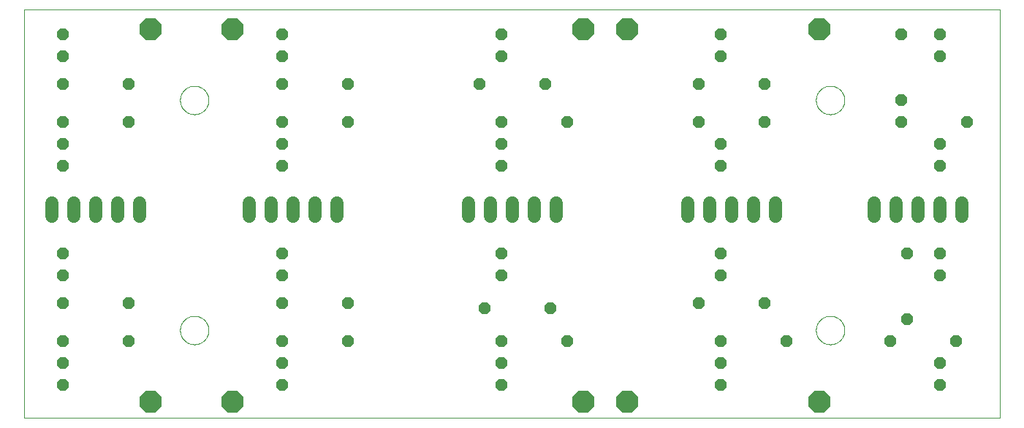
<source format=gtl>
G75*
%MOIN*%
%OFA0B0*%
%FSLAX25Y25*%
%IPPOS*%
%LPD*%
%AMOC8*
5,1,8,0,0,1.08239X$1,22.5*
%
%ADD10C,0.00000*%
%ADD11OC8,0.05543*%
%ADD12OC8,0.05200*%
%ADD13C,0.06000*%
%ADD14OC8,0.10000*%
D10*
X0001800Y0001800D02*
X0001800Y0188001D01*
X0446721Y0188001D01*
X0446721Y0001800D01*
X0001800Y0001800D01*
X0072800Y0041800D02*
X0072802Y0041961D01*
X0072808Y0042121D01*
X0072818Y0042282D01*
X0072832Y0042442D01*
X0072850Y0042602D01*
X0072871Y0042761D01*
X0072897Y0042920D01*
X0072927Y0043078D01*
X0072960Y0043235D01*
X0072998Y0043392D01*
X0073039Y0043547D01*
X0073084Y0043701D01*
X0073133Y0043854D01*
X0073186Y0044006D01*
X0073242Y0044157D01*
X0073303Y0044306D01*
X0073366Y0044454D01*
X0073434Y0044600D01*
X0073505Y0044744D01*
X0073579Y0044886D01*
X0073657Y0045027D01*
X0073739Y0045165D01*
X0073824Y0045302D01*
X0073912Y0045436D01*
X0074004Y0045568D01*
X0074099Y0045698D01*
X0074197Y0045826D01*
X0074298Y0045951D01*
X0074402Y0046073D01*
X0074509Y0046193D01*
X0074619Y0046310D01*
X0074732Y0046425D01*
X0074848Y0046536D01*
X0074967Y0046645D01*
X0075088Y0046750D01*
X0075212Y0046853D01*
X0075338Y0046953D01*
X0075466Y0047049D01*
X0075597Y0047142D01*
X0075731Y0047232D01*
X0075866Y0047319D01*
X0076004Y0047402D01*
X0076143Y0047482D01*
X0076285Y0047558D01*
X0076428Y0047631D01*
X0076573Y0047700D01*
X0076720Y0047766D01*
X0076868Y0047828D01*
X0077018Y0047886D01*
X0077169Y0047941D01*
X0077322Y0047992D01*
X0077476Y0048039D01*
X0077631Y0048082D01*
X0077787Y0048121D01*
X0077943Y0048157D01*
X0078101Y0048188D01*
X0078259Y0048216D01*
X0078418Y0048240D01*
X0078578Y0048260D01*
X0078738Y0048276D01*
X0078898Y0048288D01*
X0079059Y0048296D01*
X0079220Y0048300D01*
X0079380Y0048300D01*
X0079541Y0048296D01*
X0079702Y0048288D01*
X0079862Y0048276D01*
X0080022Y0048260D01*
X0080182Y0048240D01*
X0080341Y0048216D01*
X0080499Y0048188D01*
X0080657Y0048157D01*
X0080813Y0048121D01*
X0080969Y0048082D01*
X0081124Y0048039D01*
X0081278Y0047992D01*
X0081431Y0047941D01*
X0081582Y0047886D01*
X0081732Y0047828D01*
X0081880Y0047766D01*
X0082027Y0047700D01*
X0082172Y0047631D01*
X0082315Y0047558D01*
X0082457Y0047482D01*
X0082596Y0047402D01*
X0082734Y0047319D01*
X0082869Y0047232D01*
X0083003Y0047142D01*
X0083134Y0047049D01*
X0083262Y0046953D01*
X0083388Y0046853D01*
X0083512Y0046750D01*
X0083633Y0046645D01*
X0083752Y0046536D01*
X0083868Y0046425D01*
X0083981Y0046310D01*
X0084091Y0046193D01*
X0084198Y0046073D01*
X0084302Y0045951D01*
X0084403Y0045826D01*
X0084501Y0045698D01*
X0084596Y0045568D01*
X0084688Y0045436D01*
X0084776Y0045302D01*
X0084861Y0045165D01*
X0084943Y0045027D01*
X0085021Y0044886D01*
X0085095Y0044744D01*
X0085166Y0044600D01*
X0085234Y0044454D01*
X0085297Y0044306D01*
X0085358Y0044157D01*
X0085414Y0044006D01*
X0085467Y0043854D01*
X0085516Y0043701D01*
X0085561Y0043547D01*
X0085602Y0043392D01*
X0085640Y0043235D01*
X0085673Y0043078D01*
X0085703Y0042920D01*
X0085729Y0042761D01*
X0085750Y0042602D01*
X0085768Y0042442D01*
X0085782Y0042282D01*
X0085792Y0042121D01*
X0085798Y0041961D01*
X0085800Y0041800D01*
X0085798Y0041639D01*
X0085792Y0041479D01*
X0085782Y0041318D01*
X0085768Y0041158D01*
X0085750Y0040998D01*
X0085729Y0040839D01*
X0085703Y0040680D01*
X0085673Y0040522D01*
X0085640Y0040365D01*
X0085602Y0040208D01*
X0085561Y0040053D01*
X0085516Y0039899D01*
X0085467Y0039746D01*
X0085414Y0039594D01*
X0085358Y0039443D01*
X0085297Y0039294D01*
X0085234Y0039146D01*
X0085166Y0039000D01*
X0085095Y0038856D01*
X0085021Y0038714D01*
X0084943Y0038573D01*
X0084861Y0038435D01*
X0084776Y0038298D01*
X0084688Y0038164D01*
X0084596Y0038032D01*
X0084501Y0037902D01*
X0084403Y0037774D01*
X0084302Y0037649D01*
X0084198Y0037527D01*
X0084091Y0037407D01*
X0083981Y0037290D01*
X0083868Y0037175D01*
X0083752Y0037064D01*
X0083633Y0036955D01*
X0083512Y0036850D01*
X0083388Y0036747D01*
X0083262Y0036647D01*
X0083134Y0036551D01*
X0083003Y0036458D01*
X0082869Y0036368D01*
X0082734Y0036281D01*
X0082596Y0036198D01*
X0082457Y0036118D01*
X0082315Y0036042D01*
X0082172Y0035969D01*
X0082027Y0035900D01*
X0081880Y0035834D01*
X0081732Y0035772D01*
X0081582Y0035714D01*
X0081431Y0035659D01*
X0081278Y0035608D01*
X0081124Y0035561D01*
X0080969Y0035518D01*
X0080813Y0035479D01*
X0080657Y0035443D01*
X0080499Y0035412D01*
X0080341Y0035384D01*
X0080182Y0035360D01*
X0080022Y0035340D01*
X0079862Y0035324D01*
X0079702Y0035312D01*
X0079541Y0035304D01*
X0079380Y0035300D01*
X0079220Y0035300D01*
X0079059Y0035304D01*
X0078898Y0035312D01*
X0078738Y0035324D01*
X0078578Y0035340D01*
X0078418Y0035360D01*
X0078259Y0035384D01*
X0078101Y0035412D01*
X0077943Y0035443D01*
X0077787Y0035479D01*
X0077631Y0035518D01*
X0077476Y0035561D01*
X0077322Y0035608D01*
X0077169Y0035659D01*
X0077018Y0035714D01*
X0076868Y0035772D01*
X0076720Y0035834D01*
X0076573Y0035900D01*
X0076428Y0035969D01*
X0076285Y0036042D01*
X0076143Y0036118D01*
X0076004Y0036198D01*
X0075866Y0036281D01*
X0075731Y0036368D01*
X0075597Y0036458D01*
X0075466Y0036551D01*
X0075338Y0036647D01*
X0075212Y0036747D01*
X0075088Y0036850D01*
X0074967Y0036955D01*
X0074848Y0037064D01*
X0074732Y0037175D01*
X0074619Y0037290D01*
X0074509Y0037407D01*
X0074402Y0037527D01*
X0074298Y0037649D01*
X0074197Y0037774D01*
X0074099Y0037902D01*
X0074004Y0038032D01*
X0073912Y0038164D01*
X0073824Y0038298D01*
X0073739Y0038435D01*
X0073657Y0038573D01*
X0073579Y0038714D01*
X0073505Y0038856D01*
X0073434Y0039000D01*
X0073366Y0039146D01*
X0073303Y0039294D01*
X0073242Y0039443D01*
X0073186Y0039594D01*
X0073133Y0039746D01*
X0073084Y0039899D01*
X0073039Y0040053D01*
X0072998Y0040208D01*
X0072960Y0040365D01*
X0072927Y0040522D01*
X0072897Y0040680D01*
X0072871Y0040839D01*
X0072850Y0040998D01*
X0072832Y0041158D01*
X0072818Y0041318D01*
X0072808Y0041479D01*
X0072802Y0041639D01*
X0072800Y0041800D01*
X0072800Y0146800D02*
X0072802Y0146961D01*
X0072808Y0147121D01*
X0072818Y0147282D01*
X0072832Y0147442D01*
X0072850Y0147602D01*
X0072871Y0147761D01*
X0072897Y0147920D01*
X0072927Y0148078D01*
X0072960Y0148235D01*
X0072998Y0148392D01*
X0073039Y0148547D01*
X0073084Y0148701D01*
X0073133Y0148854D01*
X0073186Y0149006D01*
X0073242Y0149157D01*
X0073303Y0149306D01*
X0073366Y0149454D01*
X0073434Y0149600D01*
X0073505Y0149744D01*
X0073579Y0149886D01*
X0073657Y0150027D01*
X0073739Y0150165D01*
X0073824Y0150302D01*
X0073912Y0150436D01*
X0074004Y0150568D01*
X0074099Y0150698D01*
X0074197Y0150826D01*
X0074298Y0150951D01*
X0074402Y0151073D01*
X0074509Y0151193D01*
X0074619Y0151310D01*
X0074732Y0151425D01*
X0074848Y0151536D01*
X0074967Y0151645D01*
X0075088Y0151750D01*
X0075212Y0151853D01*
X0075338Y0151953D01*
X0075466Y0152049D01*
X0075597Y0152142D01*
X0075731Y0152232D01*
X0075866Y0152319D01*
X0076004Y0152402D01*
X0076143Y0152482D01*
X0076285Y0152558D01*
X0076428Y0152631D01*
X0076573Y0152700D01*
X0076720Y0152766D01*
X0076868Y0152828D01*
X0077018Y0152886D01*
X0077169Y0152941D01*
X0077322Y0152992D01*
X0077476Y0153039D01*
X0077631Y0153082D01*
X0077787Y0153121D01*
X0077943Y0153157D01*
X0078101Y0153188D01*
X0078259Y0153216D01*
X0078418Y0153240D01*
X0078578Y0153260D01*
X0078738Y0153276D01*
X0078898Y0153288D01*
X0079059Y0153296D01*
X0079220Y0153300D01*
X0079380Y0153300D01*
X0079541Y0153296D01*
X0079702Y0153288D01*
X0079862Y0153276D01*
X0080022Y0153260D01*
X0080182Y0153240D01*
X0080341Y0153216D01*
X0080499Y0153188D01*
X0080657Y0153157D01*
X0080813Y0153121D01*
X0080969Y0153082D01*
X0081124Y0153039D01*
X0081278Y0152992D01*
X0081431Y0152941D01*
X0081582Y0152886D01*
X0081732Y0152828D01*
X0081880Y0152766D01*
X0082027Y0152700D01*
X0082172Y0152631D01*
X0082315Y0152558D01*
X0082457Y0152482D01*
X0082596Y0152402D01*
X0082734Y0152319D01*
X0082869Y0152232D01*
X0083003Y0152142D01*
X0083134Y0152049D01*
X0083262Y0151953D01*
X0083388Y0151853D01*
X0083512Y0151750D01*
X0083633Y0151645D01*
X0083752Y0151536D01*
X0083868Y0151425D01*
X0083981Y0151310D01*
X0084091Y0151193D01*
X0084198Y0151073D01*
X0084302Y0150951D01*
X0084403Y0150826D01*
X0084501Y0150698D01*
X0084596Y0150568D01*
X0084688Y0150436D01*
X0084776Y0150302D01*
X0084861Y0150165D01*
X0084943Y0150027D01*
X0085021Y0149886D01*
X0085095Y0149744D01*
X0085166Y0149600D01*
X0085234Y0149454D01*
X0085297Y0149306D01*
X0085358Y0149157D01*
X0085414Y0149006D01*
X0085467Y0148854D01*
X0085516Y0148701D01*
X0085561Y0148547D01*
X0085602Y0148392D01*
X0085640Y0148235D01*
X0085673Y0148078D01*
X0085703Y0147920D01*
X0085729Y0147761D01*
X0085750Y0147602D01*
X0085768Y0147442D01*
X0085782Y0147282D01*
X0085792Y0147121D01*
X0085798Y0146961D01*
X0085800Y0146800D01*
X0085798Y0146639D01*
X0085792Y0146479D01*
X0085782Y0146318D01*
X0085768Y0146158D01*
X0085750Y0145998D01*
X0085729Y0145839D01*
X0085703Y0145680D01*
X0085673Y0145522D01*
X0085640Y0145365D01*
X0085602Y0145208D01*
X0085561Y0145053D01*
X0085516Y0144899D01*
X0085467Y0144746D01*
X0085414Y0144594D01*
X0085358Y0144443D01*
X0085297Y0144294D01*
X0085234Y0144146D01*
X0085166Y0144000D01*
X0085095Y0143856D01*
X0085021Y0143714D01*
X0084943Y0143573D01*
X0084861Y0143435D01*
X0084776Y0143298D01*
X0084688Y0143164D01*
X0084596Y0143032D01*
X0084501Y0142902D01*
X0084403Y0142774D01*
X0084302Y0142649D01*
X0084198Y0142527D01*
X0084091Y0142407D01*
X0083981Y0142290D01*
X0083868Y0142175D01*
X0083752Y0142064D01*
X0083633Y0141955D01*
X0083512Y0141850D01*
X0083388Y0141747D01*
X0083262Y0141647D01*
X0083134Y0141551D01*
X0083003Y0141458D01*
X0082869Y0141368D01*
X0082734Y0141281D01*
X0082596Y0141198D01*
X0082457Y0141118D01*
X0082315Y0141042D01*
X0082172Y0140969D01*
X0082027Y0140900D01*
X0081880Y0140834D01*
X0081732Y0140772D01*
X0081582Y0140714D01*
X0081431Y0140659D01*
X0081278Y0140608D01*
X0081124Y0140561D01*
X0080969Y0140518D01*
X0080813Y0140479D01*
X0080657Y0140443D01*
X0080499Y0140412D01*
X0080341Y0140384D01*
X0080182Y0140360D01*
X0080022Y0140340D01*
X0079862Y0140324D01*
X0079702Y0140312D01*
X0079541Y0140304D01*
X0079380Y0140300D01*
X0079220Y0140300D01*
X0079059Y0140304D01*
X0078898Y0140312D01*
X0078738Y0140324D01*
X0078578Y0140340D01*
X0078418Y0140360D01*
X0078259Y0140384D01*
X0078101Y0140412D01*
X0077943Y0140443D01*
X0077787Y0140479D01*
X0077631Y0140518D01*
X0077476Y0140561D01*
X0077322Y0140608D01*
X0077169Y0140659D01*
X0077018Y0140714D01*
X0076868Y0140772D01*
X0076720Y0140834D01*
X0076573Y0140900D01*
X0076428Y0140969D01*
X0076285Y0141042D01*
X0076143Y0141118D01*
X0076004Y0141198D01*
X0075866Y0141281D01*
X0075731Y0141368D01*
X0075597Y0141458D01*
X0075466Y0141551D01*
X0075338Y0141647D01*
X0075212Y0141747D01*
X0075088Y0141850D01*
X0074967Y0141955D01*
X0074848Y0142064D01*
X0074732Y0142175D01*
X0074619Y0142290D01*
X0074509Y0142407D01*
X0074402Y0142527D01*
X0074298Y0142649D01*
X0074197Y0142774D01*
X0074099Y0142902D01*
X0074004Y0143032D01*
X0073912Y0143164D01*
X0073824Y0143298D01*
X0073739Y0143435D01*
X0073657Y0143573D01*
X0073579Y0143714D01*
X0073505Y0143856D01*
X0073434Y0144000D01*
X0073366Y0144146D01*
X0073303Y0144294D01*
X0073242Y0144443D01*
X0073186Y0144594D01*
X0073133Y0144746D01*
X0073084Y0144899D01*
X0073039Y0145053D01*
X0072998Y0145208D01*
X0072960Y0145365D01*
X0072927Y0145522D01*
X0072897Y0145680D01*
X0072871Y0145839D01*
X0072850Y0145998D01*
X0072832Y0146158D01*
X0072818Y0146318D01*
X0072808Y0146479D01*
X0072802Y0146639D01*
X0072800Y0146800D01*
X0362800Y0146800D02*
X0362802Y0146961D01*
X0362808Y0147121D01*
X0362818Y0147282D01*
X0362832Y0147442D01*
X0362850Y0147602D01*
X0362871Y0147761D01*
X0362897Y0147920D01*
X0362927Y0148078D01*
X0362960Y0148235D01*
X0362998Y0148392D01*
X0363039Y0148547D01*
X0363084Y0148701D01*
X0363133Y0148854D01*
X0363186Y0149006D01*
X0363242Y0149157D01*
X0363303Y0149306D01*
X0363366Y0149454D01*
X0363434Y0149600D01*
X0363505Y0149744D01*
X0363579Y0149886D01*
X0363657Y0150027D01*
X0363739Y0150165D01*
X0363824Y0150302D01*
X0363912Y0150436D01*
X0364004Y0150568D01*
X0364099Y0150698D01*
X0364197Y0150826D01*
X0364298Y0150951D01*
X0364402Y0151073D01*
X0364509Y0151193D01*
X0364619Y0151310D01*
X0364732Y0151425D01*
X0364848Y0151536D01*
X0364967Y0151645D01*
X0365088Y0151750D01*
X0365212Y0151853D01*
X0365338Y0151953D01*
X0365466Y0152049D01*
X0365597Y0152142D01*
X0365731Y0152232D01*
X0365866Y0152319D01*
X0366004Y0152402D01*
X0366143Y0152482D01*
X0366285Y0152558D01*
X0366428Y0152631D01*
X0366573Y0152700D01*
X0366720Y0152766D01*
X0366868Y0152828D01*
X0367018Y0152886D01*
X0367169Y0152941D01*
X0367322Y0152992D01*
X0367476Y0153039D01*
X0367631Y0153082D01*
X0367787Y0153121D01*
X0367943Y0153157D01*
X0368101Y0153188D01*
X0368259Y0153216D01*
X0368418Y0153240D01*
X0368578Y0153260D01*
X0368738Y0153276D01*
X0368898Y0153288D01*
X0369059Y0153296D01*
X0369220Y0153300D01*
X0369380Y0153300D01*
X0369541Y0153296D01*
X0369702Y0153288D01*
X0369862Y0153276D01*
X0370022Y0153260D01*
X0370182Y0153240D01*
X0370341Y0153216D01*
X0370499Y0153188D01*
X0370657Y0153157D01*
X0370813Y0153121D01*
X0370969Y0153082D01*
X0371124Y0153039D01*
X0371278Y0152992D01*
X0371431Y0152941D01*
X0371582Y0152886D01*
X0371732Y0152828D01*
X0371880Y0152766D01*
X0372027Y0152700D01*
X0372172Y0152631D01*
X0372315Y0152558D01*
X0372457Y0152482D01*
X0372596Y0152402D01*
X0372734Y0152319D01*
X0372869Y0152232D01*
X0373003Y0152142D01*
X0373134Y0152049D01*
X0373262Y0151953D01*
X0373388Y0151853D01*
X0373512Y0151750D01*
X0373633Y0151645D01*
X0373752Y0151536D01*
X0373868Y0151425D01*
X0373981Y0151310D01*
X0374091Y0151193D01*
X0374198Y0151073D01*
X0374302Y0150951D01*
X0374403Y0150826D01*
X0374501Y0150698D01*
X0374596Y0150568D01*
X0374688Y0150436D01*
X0374776Y0150302D01*
X0374861Y0150165D01*
X0374943Y0150027D01*
X0375021Y0149886D01*
X0375095Y0149744D01*
X0375166Y0149600D01*
X0375234Y0149454D01*
X0375297Y0149306D01*
X0375358Y0149157D01*
X0375414Y0149006D01*
X0375467Y0148854D01*
X0375516Y0148701D01*
X0375561Y0148547D01*
X0375602Y0148392D01*
X0375640Y0148235D01*
X0375673Y0148078D01*
X0375703Y0147920D01*
X0375729Y0147761D01*
X0375750Y0147602D01*
X0375768Y0147442D01*
X0375782Y0147282D01*
X0375792Y0147121D01*
X0375798Y0146961D01*
X0375800Y0146800D01*
X0375798Y0146639D01*
X0375792Y0146479D01*
X0375782Y0146318D01*
X0375768Y0146158D01*
X0375750Y0145998D01*
X0375729Y0145839D01*
X0375703Y0145680D01*
X0375673Y0145522D01*
X0375640Y0145365D01*
X0375602Y0145208D01*
X0375561Y0145053D01*
X0375516Y0144899D01*
X0375467Y0144746D01*
X0375414Y0144594D01*
X0375358Y0144443D01*
X0375297Y0144294D01*
X0375234Y0144146D01*
X0375166Y0144000D01*
X0375095Y0143856D01*
X0375021Y0143714D01*
X0374943Y0143573D01*
X0374861Y0143435D01*
X0374776Y0143298D01*
X0374688Y0143164D01*
X0374596Y0143032D01*
X0374501Y0142902D01*
X0374403Y0142774D01*
X0374302Y0142649D01*
X0374198Y0142527D01*
X0374091Y0142407D01*
X0373981Y0142290D01*
X0373868Y0142175D01*
X0373752Y0142064D01*
X0373633Y0141955D01*
X0373512Y0141850D01*
X0373388Y0141747D01*
X0373262Y0141647D01*
X0373134Y0141551D01*
X0373003Y0141458D01*
X0372869Y0141368D01*
X0372734Y0141281D01*
X0372596Y0141198D01*
X0372457Y0141118D01*
X0372315Y0141042D01*
X0372172Y0140969D01*
X0372027Y0140900D01*
X0371880Y0140834D01*
X0371732Y0140772D01*
X0371582Y0140714D01*
X0371431Y0140659D01*
X0371278Y0140608D01*
X0371124Y0140561D01*
X0370969Y0140518D01*
X0370813Y0140479D01*
X0370657Y0140443D01*
X0370499Y0140412D01*
X0370341Y0140384D01*
X0370182Y0140360D01*
X0370022Y0140340D01*
X0369862Y0140324D01*
X0369702Y0140312D01*
X0369541Y0140304D01*
X0369380Y0140300D01*
X0369220Y0140300D01*
X0369059Y0140304D01*
X0368898Y0140312D01*
X0368738Y0140324D01*
X0368578Y0140340D01*
X0368418Y0140360D01*
X0368259Y0140384D01*
X0368101Y0140412D01*
X0367943Y0140443D01*
X0367787Y0140479D01*
X0367631Y0140518D01*
X0367476Y0140561D01*
X0367322Y0140608D01*
X0367169Y0140659D01*
X0367018Y0140714D01*
X0366868Y0140772D01*
X0366720Y0140834D01*
X0366573Y0140900D01*
X0366428Y0140969D01*
X0366285Y0141042D01*
X0366143Y0141118D01*
X0366004Y0141198D01*
X0365866Y0141281D01*
X0365731Y0141368D01*
X0365597Y0141458D01*
X0365466Y0141551D01*
X0365338Y0141647D01*
X0365212Y0141747D01*
X0365088Y0141850D01*
X0364967Y0141955D01*
X0364848Y0142064D01*
X0364732Y0142175D01*
X0364619Y0142290D01*
X0364509Y0142407D01*
X0364402Y0142527D01*
X0364298Y0142649D01*
X0364197Y0142774D01*
X0364099Y0142902D01*
X0364004Y0143032D01*
X0363912Y0143164D01*
X0363824Y0143298D01*
X0363739Y0143435D01*
X0363657Y0143573D01*
X0363579Y0143714D01*
X0363505Y0143856D01*
X0363434Y0144000D01*
X0363366Y0144146D01*
X0363303Y0144294D01*
X0363242Y0144443D01*
X0363186Y0144594D01*
X0363133Y0144746D01*
X0363084Y0144899D01*
X0363039Y0145053D01*
X0362998Y0145208D01*
X0362960Y0145365D01*
X0362927Y0145522D01*
X0362897Y0145680D01*
X0362871Y0145839D01*
X0362850Y0145998D01*
X0362832Y0146158D01*
X0362818Y0146318D01*
X0362808Y0146479D01*
X0362802Y0146639D01*
X0362800Y0146800D01*
X0362800Y0041800D02*
X0362802Y0041961D01*
X0362808Y0042121D01*
X0362818Y0042282D01*
X0362832Y0042442D01*
X0362850Y0042602D01*
X0362871Y0042761D01*
X0362897Y0042920D01*
X0362927Y0043078D01*
X0362960Y0043235D01*
X0362998Y0043392D01*
X0363039Y0043547D01*
X0363084Y0043701D01*
X0363133Y0043854D01*
X0363186Y0044006D01*
X0363242Y0044157D01*
X0363303Y0044306D01*
X0363366Y0044454D01*
X0363434Y0044600D01*
X0363505Y0044744D01*
X0363579Y0044886D01*
X0363657Y0045027D01*
X0363739Y0045165D01*
X0363824Y0045302D01*
X0363912Y0045436D01*
X0364004Y0045568D01*
X0364099Y0045698D01*
X0364197Y0045826D01*
X0364298Y0045951D01*
X0364402Y0046073D01*
X0364509Y0046193D01*
X0364619Y0046310D01*
X0364732Y0046425D01*
X0364848Y0046536D01*
X0364967Y0046645D01*
X0365088Y0046750D01*
X0365212Y0046853D01*
X0365338Y0046953D01*
X0365466Y0047049D01*
X0365597Y0047142D01*
X0365731Y0047232D01*
X0365866Y0047319D01*
X0366004Y0047402D01*
X0366143Y0047482D01*
X0366285Y0047558D01*
X0366428Y0047631D01*
X0366573Y0047700D01*
X0366720Y0047766D01*
X0366868Y0047828D01*
X0367018Y0047886D01*
X0367169Y0047941D01*
X0367322Y0047992D01*
X0367476Y0048039D01*
X0367631Y0048082D01*
X0367787Y0048121D01*
X0367943Y0048157D01*
X0368101Y0048188D01*
X0368259Y0048216D01*
X0368418Y0048240D01*
X0368578Y0048260D01*
X0368738Y0048276D01*
X0368898Y0048288D01*
X0369059Y0048296D01*
X0369220Y0048300D01*
X0369380Y0048300D01*
X0369541Y0048296D01*
X0369702Y0048288D01*
X0369862Y0048276D01*
X0370022Y0048260D01*
X0370182Y0048240D01*
X0370341Y0048216D01*
X0370499Y0048188D01*
X0370657Y0048157D01*
X0370813Y0048121D01*
X0370969Y0048082D01*
X0371124Y0048039D01*
X0371278Y0047992D01*
X0371431Y0047941D01*
X0371582Y0047886D01*
X0371732Y0047828D01*
X0371880Y0047766D01*
X0372027Y0047700D01*
X0372172Y0047631D01*
X0372315Y0047558D01*
X0372457Y0047482D01*
X0372596Y0047402D01*
X0372734Y0047319D01*
X0372869Y0047232D01*
X0373003Y0047142D01*
X0373134Y0047049D01*
X0373262Y0046953D01*
X0373388Y0046853D01*
X0373512Y0046750D01*
X0373633Y0046645D01*
X0373752Y0046536D01*
X0373868Y0046425D01*
X0373981Y0046310D01*
X0374091Y0046193D01*
X0374198Y0046073D01*
X0374302Y0045951D01*
X0374403Y0045826D01*
X0374501Y0045698D01*
X0374596Y0045568D01*
X0374688Y0045436D01*
X0374776Y0045302D01*
X0374861Y0045165D01*
X0374943Y0045027D01*
X0375021Y0044886D01*
X0375095Y0044744D01*
X0375166Y0044600D01*
X0375234Y0044454D01*
X0375297Y0044306D01*
X0375358Y0044157D01*
X0375414Y0044006D01*
X0375467Y0043854D01*
X0375516Y0043701D01*
X0375561Y0043547D01*
X0375602Y0043392D01*
X0375640Y0043235D01*
X0375673Y0043078D01*
X0375703Y0042920D01*
X0375729Y0042761D01*
X0375750Y0042602D01*
X0375768Y0042442D01*
X0375782Y0042282D01*
X0375792Y0042121D01*
X0375798Y0041961D01*
X0375800Y0041800D01*
X0375798Y0041639D01*
X0375792Y0041479D01*
X0375782Y0041318D01*
X0375768Y0041158D01*
X0375750Y0040998D01*
X0375729Y0040839D01*
X0375703Y0040680D01*
X0375673Y0040522D01*
X0375640Y0040365D01*
X0375602Y0040208D01*
X0375561Y0040053D01*
X0375516Y0039899D01*
X0375467Y0039746D01*
X0375414Y0039594D01*
X0375358Y0039443D01*
X0375297Y0039294D01*
X0375234Y0039146D01*
X0375166Y0039000D01*
X0375095Y0038856D01*
X0375021Y0038714D01*
X0374943Y0038573D01*
X0374861Y0038435D01*
X0374776Y0038298D01*
X0374688Y0038164D01*
X0374596Y0038032D01*
X0374501Y0037902D01*
X0374403Y0037774D01*
X0374302Y0037649D01*
X0374198Y0037527D01*
X0374091Y0037407D01*
X0373981Y0037290D01*
X0373868Y0037175D01*
X0373752Y0037064D01*
X0373633Y0036955D01*
X0373512Y0036850D01*
X0373388Y0036747D01*
X0373262Y0036647D01*
X0373134Y0036551D01*
X0373003Y0036458D01*
X0372869Y0036368D01*
X0372734Y0036281D01*
X0372596Y0036198D01*
X0372457Y0036118D01*
X0372315Y0036042D01*
X0372172Y0035969D01*
X0372027Y0035900D01*
X0371880Y0035834D01*
X0371732Y0035772D01*
X0371582Y0035714D01*
X0371431Y0035659D01*
X0371278Y0035608D01*
X0371124Y0035561D01*
X0370969Y0035518D01*
X0370813Y0035479D01*
X0370657Y0035443D01*
X0370499Y0035412D01*
X0370341Y0035384D01*
X0370182Y0035360D01*
X0370022Y0035340D01*
X0369862Y0035324D01*
X0369702Y0035312D01*
X0369541Y0035304D01*
X0369380Y0035300D01*
X0369220Y0035300D01*
X0369059Y0035304D01*
X0368898Y0035312D01*
X0368738Y0035324D01*
X0368578Y0035340D01*
X0368418Y0035360D01*
X0368259Y0035384D01*
X0368101Y0035412D01*
X0367943Y0035443D01*
X0367787Y0035479D01*
X0367631Y0035518D01*
X0367476Y0035561D01*
X0367322Y0035608D01*
X0367169Y0035659D01*
X0367018Y0035714D01*
X0366868Y0035772D01*
X0366720Y0035834D01*
X0366573Y0035900D01*
X0366428Y0035969D01*
X0366285Y0036042D01*
X0366143Y0036118D01*
X0366004Y0036198D01*
X0365866Y0036281D01*
X0365731Y0036368D01*
X0365597Y0036458D01*
X0365466Y0036551D01*
X0365338Y0036647D01*
X0365212Y0036747D01*
X0365088Y0036850D01*
X0364967Y0036955D01*
X0364848Y0037064D01*
X0364732Y0037175D01*
X0364619Y0037290D01*
X0364509Y0037407D01*
X0364402Y0037527D01*
X0364298Y0037649D01*
X0364197Y0037774D01*
X0364099Y0037902D01*
X0364004Y0038032D01*
X0363912Y0038164D01*
X0363824Y0038298D01*
X0363739Y0038435D01*
X0363657Y0038573D01*
X0363579Y0038714D01*
X0363505Y0038856D01*
X0363434Y0039000D01*
X0363366Y0039146D01*
X0363303Y0039294D01*
X0363242Y0039443D01*
X0363186Y0039594D01*
X0363133Y0039746D01*
X0363084Y0039899D01*
X0363039Y0040053D01*
X0362998Y0040208D01*
X0362960Y0040365D01*
X0362927Y0040522D01*
X0362897Y0040680D01*
X0362871Y0040839D01*
X0362850Y0040998D01*
X0362832Y0041158D01*
X0362818Y0041318D01*
X0362808Y0041479D01*
X0362802Y0041639D01*
X0362800Y0041800D01*
D11*
X0319300Y0026800D03*
X0319300Y0016800D03*
X0419300Y0016800D03*
X0419300Y0026800D03*
X0419300Y0066800D03*
X0419300Y0076800D03*
X0419300Y0116800D03*
X0419300Y0126800D03*
X0419300Y0166800D03*
X0419300Y0176800D03*
X0319300Y0176800D03*
X0319300Y0166800D03*
X0319300Y0126800D03*
X0319300Y0116800D03*
X0319300Y0076800D03*
X0319300Y0066800D03*
X0219300Y0066800D03*
X0219300Y0076800D03*
X0219300Y0116800D03*
X0219300Y0126800D03*
X0219300Y0166800D03*
X0219300Y0176800D03*
X0119300Y0176800D03*
X0119300Y0166800D03*
X0119300Y0126800D03*
X0119300Y0116800D03*
X0119300Y0076800D03*
X0119300Y0066800D03*
X0119300Y0026800D03*
X0119300Y0016800D03*
X0019300Y0016800D03*
X0019300Y0026800D03*
X0019300Y0066800D03*
X0019300Y0076800D03*
X0019300Y0116800D03*
X0019300Y0126800D03*
X0019300Y0166800D03*
X0019300Y0176800D03*
X0219300Y0026800D03*
X0219300Y0016800D03*
D12*
X0219300Y0036800D03*
X0249300Y0036800D03*
X0241800Y0051800D03*
X0211800Y0051800D03*
X0149300Y0054300D03*
X0119300Y0054300D03*
X0119300Y0036800D03*
X0149300Y0036800D03*
X0049300Y0036800D03*
X0019300Y0036800D03*
X0019300Y0054300D03*
X0049300Y0054300D03*
X0049300Y0136800D03*
X0019300Y0136800D03*
X0019300Y0154300D03*
X0049300Y0154300D03*
X0119300Y0154300D03*
X0149300Y0154300D03*
X0149300Y0136800D03*
X0119300Y0136800D03*
X0209300Y0154300D03*
X0239300Y0154300D03*
X0249300Y0136800D03*
X0219300Y0136800D03*
X0309300Y0136800D03*
X0339300Y0136800D03*
X0339300Y0154300D03*
X0309300Y0154300D03*
X0401800Y0146800D03*
X0401800Y0136800D03*
X0431800Y0136800D03*
X0401800Y0176800D03*
X0404300Y0076800D03*
X0339300Y0054300D03*
X0309300Y0054300D03*
X0319300Y0036800D03*
X0349300Y0036800D03*
X0396800Y0036800D03*
X0404300Y0046800D03*
X0426800Y0036800D03*
D13*
X0429300Y0093800D02*
X0429300Y0099800D01*
X0419300Y0099800D02*
X0419300Y0093800D01*
X0409300Y0093800D02*
X0409300Y0099800D01*
X0399300Y0099800D02*
X0399300Y0093800D01*
X0389300Y0093800D02*
X0389300Y0099800D01*
X0344300Y0099800D02*
X0344300Y0093800D01*
X0334300Y0093800D02*
X0334300Y0099800D01*
X0324300Y0099800D02*
X0324300Y0093800D01*
X0314300Y0093800D02*
X0314300Y0099800D01*
X0304300Y0099800D02*
X0304300Y0093800D01*
X0244300Y0093800D02*
X0244300Y0099800D01*
X0234300Y0099800D02*
X0234300Y0093800D01*
X0224300Y0093800D02*
X0224300Y0099800D01*
X0214300Y0099800D02*
X0214300Y0093800D01*
X0204300Y0093800D02*
X0204300Y0099800D01*
X0144300Y0099800D02*
X0144300Y0093800D01*
X0134300Y0093800D02*
X0134300Y0099800D01*
X0124300Y0099800D02*
X0124300Y0093800D01*
X0114300Y0093800D02*
X0114300Y0099800D01*
X0104300Y0099800D02*
X0104300Y0093800D01*
X0054300Y0093800D02*
X0054300Y0099800D01*
X0044300Y0099800D02*
X0044300Y0093800D01*
X0034300Y0093800D02*
X0034300Y0099800D01*
X0024300Y0099800D02*
X0024300Y0093800D01*
X0014300Y0093800D02*
X0014300Y0099800D01*
D14*
X0059300Y0179300D03*
X0096800Y0179300D03*
X0256800Y0179300D03*
X0276800Y0179300D03*
X0364300Y0179300D03*
X0364300Y0009300D03*
X0276800Y0009300D03*
X0256800Y0009300D03*
X0096800Y0009300D03*
X0059300Y0009300D03*
M02*

</source>
